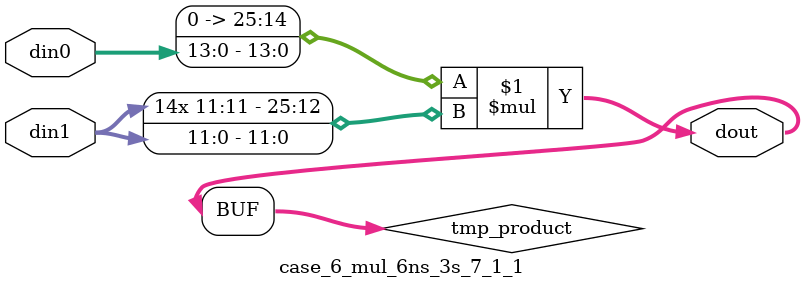
<source format=v>

`timescale 1 ns / 1 ps

 (* use_dsp = "no" *)  module case_6_mul_6ns_3s_7_1_1(din0, din1, dout);
parameter ID = 1;
parameter NUM_STAGE = 0;
parameter din0_WIDTH = 14;
parameter din1_WIDTH = 12;
parameter dout_WIDTH = 26;

input [din0_WIDTH - 1 : 0] din0; 
input [din1_WIDTH - 1 : 0] din1; 
output [dout_WIDTH - 1 : 0] dout;

wire signed [dout_WIDTH - 1 : 0] tmp_product;

























assign tmp_product = $signed({1'b0, din0}) * $signed(din1);










assign dout = tmp_product;





















endmodule

</source>
